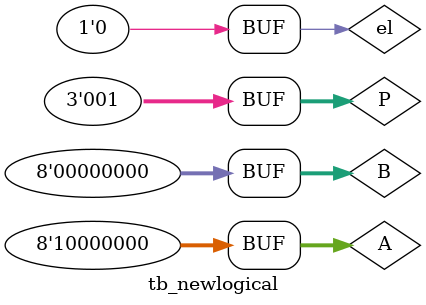
<source format=v>
module tb_newlogical;
  reg [7:0]A,B;
  reg [2:0]P; 
  reg el;
integer i;
  wire [7:0]Y;
  new_logical DUT(A,B,el,P,Y);
  initial begin


    el=0;
	P=3'b000;
    A=8'B10000000;
    B=8'B00000000;
# 5  P=3'b001;
  end
  initial
    begin
      $monitor($time,"P=%b a =%b b= %b y=%b ",P,A,B,Y);
      
    end
  
endmodule

</source>
